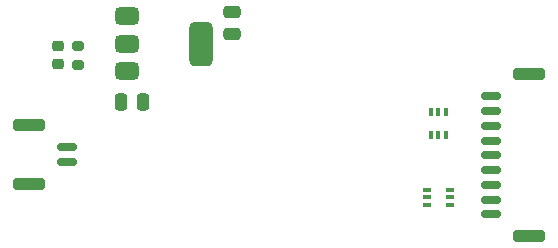
<source format=gtp>
G04 #@! TF.GenerationSoftware,KiCad,Pcbnew,8.0.1*
G04 #@! TF.CreationDate,2024-06-09T19:35:52+05:00*
G04 #@! TF.ProjectId,bno85,626e6f38-352e-46b6-9963-61645f706362,rev?*
G04 #@! TF.SameCoordinates,Original*
G04 #@! TF.FileFunction,Paste,Top*
G04 #@! TF.FilePolarity,Positive*
%FSLAX46Y46*%
G04 Gerber Fmt 4.6, Leading zero omitted, Abs format (unit mm)*
G04 Created by KiCad (PCBNEW 8.0.1) date 2024-06-09 19:35:52*
%MOMM*%
%LPD*%
G01*
G04 APERTURE LIST*
G04 Aperture macros list*
%AMRoundRect*
0 Rectangle with rounded corners*
0 $1 Rounding radius*
0 $2 $3 $4 $5 $6 $7 $8 $9 X,Y pos of 4 corners*
0 Add a 4 corners polygon primitive as box body*
4,1,4,$2,$3,$4,$5,$6,$7,$8,$9,$2,$3,0*
0 Add four circle primitives for the rounded corners*
1,1,$1+$1,$2,$3*
1,1,$1+$1,$4,$5*
1,1,$1+$1,$6,$7*
1,1,$1+$1,$8,$9*
0 Add four rect primitives between the rounded corners*
20,1,$1+$1,$2,$3,$4,$5,0*
20,1,$1+$1,$4,$5,$6,$7,0*
20,1,$1+$1,$6,$7,$8,$9,0*
20,1,$1+$1,$8,$9,$2,$3,0*%
G04 Aperture macros list end*
%ADD10RoundRect,0.100000X0.100000X-0.225000X0.100000X0.225000X-0.100000X0.225000X-0.100000X-0.225000X0*%
%ADD11RoundRect,0.150000X0.700000X-0.150000X0.700000X0.150000X-0.700000X0.150000X-0.700000X-0.150000X0*%
%ADD12RoundRect,0.250000X1.100000X-0.250000X1.100000X0.250000X-1.100000X0.250000X-1.100000X-0.250000X0*%
%ADD13RoundRect,0.100000X-0.225000X-0.100000X0.225000X-0.100000X0.225000X0.100000X-0.225000X0.100000X0*%
%ADD14RoundRect,0.375000X-0.625000X-0.375000X0.625000X-0.375000X0.625000X0.375000X-0.625000X0.375000X0*%
%ADD15RoundRect,0.500000X-0.500000X-1.400000X0.500000X-1.400000X0.500000X1.400000X-0.500000X1.400000X0*%
%ADD16RoundRect,0.218750X-0.256250X0.218750X-0.256250X-0.218750X0.256250X-0.218750X0.256250X0.218750X0*%
%ADD17RoundRect,0.250000X-0.475000X0.250000X-0.475000X-0.250000X0.475000X-0.250000X0.475000X0.250000X0*%
%ADD18RoundRect,0.150000X-0.700000X0.150000X-0.700000X-0.150000X0.700000X-0.150000X0.700000X0.150000X0*%
%ADD19RoundRect,0.250000X-1.100000X0.250000X-1.100000X-0.250000X1.100000X-0.250000X1.100000X0.250000X0*%
%ADD20RoundRect,0.200000X0.275000X-0.200000X0.275000X0.200000X-0.275000X0.200000X-0.275000X-0.200000X0*%
%ADD21RoundRect,0.250000X-0.250000X-0.475000X0.250000X-0.475000X0.250000X0.475000X-0.250000X0.475000X0*%
G04 APERTURE END LIST*
D10*
X219350000Y-94950000D03*
X220000000Y-94949999D03*
X220650000Y-94950000D03*
X220650000Y-93050000D03*
X220000000Y-93050001D03*
X219350000Y-93050000D03*
D11*
X224450000Y-101699999D03*
X224450000Y-100450000D03*
X224450000Y-99199999D03*
X224450000Y-97950000D03*
X224449999Y-96700000D03*
X224450000Y-95450000D03*
X224450000Y-94200001D03*
X224450000Y-92950000D03*
X224450000Y-91700001D03*
D12*
X227650000Y-103550000D03*
X227650000Y-89850000D03*
D13*
X219050000Y-99600000D03*
X219050001Y-100250000D03*
X219050000Y-100900000D03*
X220950000Y-100900000D03*
X220949999Y-100250000D03*
X220950000Y-99600000D03*
D14*
X193600000Y-84950000D03*
X193600001Y-87250000D03*
D15*
X199899999Y-87250000D03*
D14*
X193600000Y-89550000D03*
D16*
X187750000Y-87437498D03*
X187750000Y-89012500D03*
D17*
X202500000Y-84550001D03*
X202500000Y-86449999D03*
D18*
X188550000Y-96025000D03*
X188550000Y-97275000D03*
D19*
X185350000Y-94175000D03*
X185350000Y-99125000D03*
D20*
X189500000Y-89075000D03*
X189500000Y-87425000D03*
D21*
X193100001Y-92200000D03*
X194999999Y-92200000D03*
M02*

</source>
